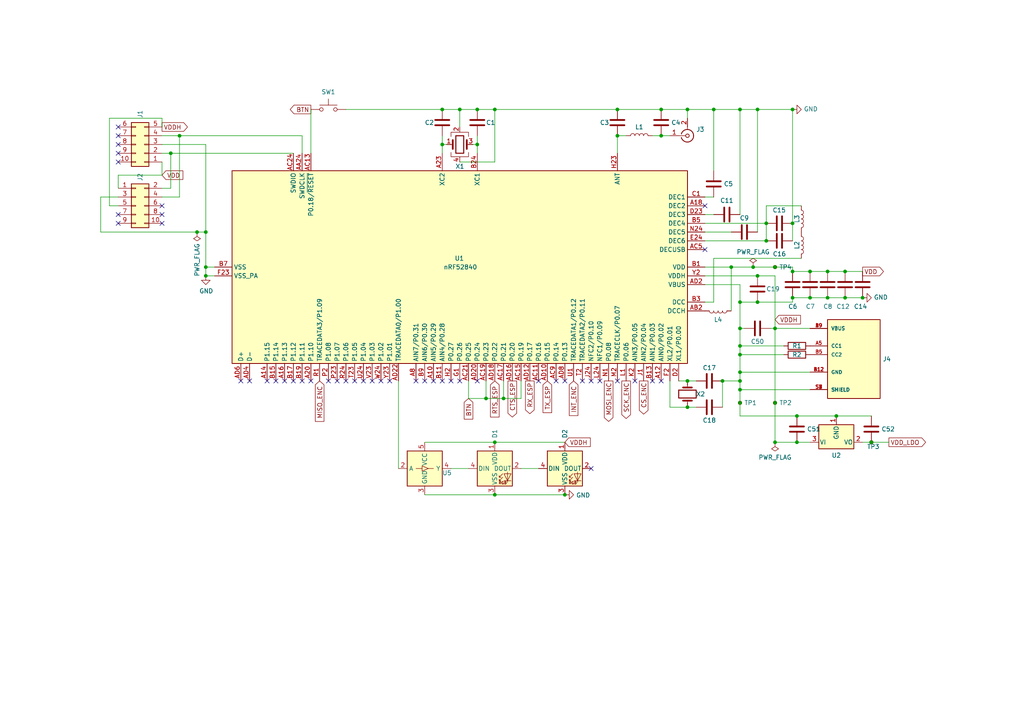
<source format=kicad_sch>
(kicad_sch (version 20211123) (generator eeschema)
  (paper "A4")
  (lib_symbols
    (symbol "Connector:Conn_Coaxial" (pin_names (offset 1.016) hide)
      (property "Reference" "J" (at 0.254 3.048 0))
      (property "Value" "Conn_Coaxial" (at 2.921 0 90))
      (symbol "Conn_Coaxial_0_1"
        (arc (start -1.778 -0.508) (mid 0.222 -1.808) (end 1.778 0) (stroke (width 0.254)))
        (polyline (pts (xy -2.54 0) (xy -0.508 0)))
        (polyline (pts (xy 0 -2.54) (xy 0 -1.778)))
        (circle (center 0 0) (radius 0.508) (stroke (width 0.2032)))
        (arc (start 1.778 0) (mid 0.2221 1.8083) (end -1.778 0.508) (stroke (width 0.254)))
      )
      (symbol "Conn_Coaxial_1_1"
        (pin passive line (at -5.08 0 0) (length 2.54) (name "In") (number "1"))
        (pin passive line (at 0 -5.08 90) (length 2.54) (name "Ext") (number "2"))
      )
    )
    (symbol "Connector:TestPoint_Small" (pin_numbers hide) (pin_names (offset 0.762) hide)
      (property "Reference" "TP" (at 0 3.81 0))
      (property "Value" "TestPoint_Small" (at 0 2.032 0))
      (symbol "TestPoint_Small_0_1"
        (circle (center 0 0) (radius 0.508))
      )
      (symbol "TestPoint_Small_1_1"
        (pin passive line (at 0 0 90) (length 0) (name "1") (number "1"))
      )
    )
    (symbol "Connector_Generic:Conn_02x05_Counter_Clockwise" (pin_names (offset 1.016) hide)
      (property "Reference" "J" (at 1.27 7.62 0))
      (property "Value" "Conn_02x05_Counter_Clockwise" (at 1.27 -7.62 0))
      (symbol "Conn_02x05_Counter_Clockwise_1_1"
        (rectangle (start -1.27 -4.953) (end 0 -5.207) (stroke (width 0.1524)))
        (rectangle (start -1.27 -2.413) (end 0 -2.667) (stroke (width 0.1524)))
        (rectangle (start -1.27 0.127) (end 0 -0.127) (stroke (width 0.1524)))
        (rectangle (start -1.27 2.667) (end 0 2.413) (stroke (width 0.1524)))
        (rectangle (start -1.27 5.207) (end 0 4.953) (stroke (width 0.1524)))
        (rectangle (start -1.27 6.35) (end 3.81 -6.35) (stroke (width 0.254)) (fill (type background)))
        (rectangle (start 3.81 -4.953) (end 2.54 -5.207) (stroke (width 0.1524)))
        (rectangle (start 3.81 -2.413) (end 2.54 -2.667) (stroke (width 0.1524)))
        (rectangle (start 3.81 0.127) (end 2.54 -0.127) (stroke (width 0.1524)))
        (rectangle (start 3.81 2.667) (end 2.54 2.413) (stroke (width 0.1524)))
        (rectangle (start 3.81 5.207) (end 2.54 4.953) (stroke (width 0.1524)))
        (pin passive line (at -5.08 5.08 0) (length 3.81) (name "Pin_1") (number "1"))
        (pin passive line (at 7.62 5.08 180) (length 3.81) (name "Pin_10") (number "10"))
        (pin passive line (at -5.08 2.54 0) (length 3.81) (name "Pin_2") (number "2"))
        (pin passive line (at -5.08 0 0) (length 3.81) (name "Pin_3") (number "3"))
        (pin passive line (at -5.08 -2.54 0) (length 3.81) (name "Pin_4") (number "4"))
        (pin passive line (at -5.08 -5.08 0) (length 3.81) (name "Pin_5") (number "5"))
        (pin passive line (at 7.62 -5.08 180) (length 3.81) (name "Pin_6") (number "6"))
        (pin passive line (at 7.62 -2.54 180) (length 3.81) (name "Pin_7") (number "7"))
        (pin passive line (at 7.62 0 180) (length 3.81) (name "Pin_8") (number "8"))
        (pin passive line (at 7.62 2.54 180) (length 3.81) (name "Pin_9") (number "9"))
      )
    )
    (symbol "Connector_Generic:Conn_02x05_Odd_Even" (pin_names (offset 1.016) hide)
      (property "Reference" "J" (at 1.27 7.62 0))
      (property "Value" "Conn_02x05_Odd_Even" (at 1.27 -7.62 0))
      (symbol "Conn_02x05_Odd_Even_1_1"
        (rectangle (start -1.27 -4.953) (end 0 -5.207) (stroke (width 0.1524)))
        (rectangle (start -1.27 -2.413) (end 0 -2.667) (stroke (width 0.1524)))
        (rectangle (start -1.27 0.127) (end 0 -0.127) (stroke (width 0.1524)))
        (rectangle (start -1.27 2.667) (end 0 2.413) (stroke (width 0.1524)))
        (rectangle (start -1.27 5.207) (end 0 4.953) (stroke (width 0.1524)))
        (rectangle (start -1.27 6.35) (end 3.81 -6.35) (stroke (width 0.254)) (fill (type background)))
        (rectangle (start 3.81 -4.953) (end 2.54 -5.207) (stroke (width 0.1524)))
        (rectangle (start 3.81 -2.413) (end 2.54 -2.667) (stroke (width 0.1524)))
        (rectangle (start 3.81 0.127) (end 2.54 -0.127) (stroke (width 0.1524)))
        (rectangle (start 3.81 2.667) (end 2.54 2.413) (stroke (width 0.1524)))
        (rectangle (start 3.81 5.207) (end 2.54 4.953) (stroke (width 0.1524)))
        (pin passive line (at -5.08 5.08 0) (length 3.81) (name "Pin_1") (number "1"))
        (pin passive line (at 7.62 -5.08 180) (length 3.81) (name "Pin_10") (number "10"))
        (pin passive line (at 7.62 5.08 180) (length 3.81) (name "Pin_2") (number "2"))
        (pin passive line (at -5.08 2.54 0) (length 3.81) (name "Pin_3") (number "3"))
        (pin passive line (at 7.62 2.54 180) (length 3.81) (name "Pin_4") (number "4"))
        (pin passive line (at -5.08 0 0) (length 3.81) (name "Pin_5") (number "5"))
        (pin passive line (at 7.62 0 180) (length 3.81) (name "Pin_6") (number "6"))
        (pin passive line (at -5.08 -2.54 0) (length 3.81) (name "Pin_7") (number "7"))
        (pin passive line (at 7.62 -2.54 180) (length 3.81) (name "Pin_8") (number "8"))
        (pin passive line (at -5.08 -5.08 0) (length 3.81) (name "Pin_9") (number "9"))
      )
    )
    (symbol "Device:C" (pin_numbers hide) (pin_names (offset 0.254))
      (property "Reference" "C" (at 0.635 2.54 0))
      (property "Value" "C" (at 0.635 -2.54 0))
      (symbol "C_0_1"
        (polyline (pts (xy -2.032 -0.762) (xy 2.032 -0.762)) (stroke (width 0.508)))
        (polyline (pts (xy -2.032 0.762) (xy 2.032 0.762)) (stroke (width 0.508)))
      )
      (symbol "C_1_1"
        (pin passive line (at 0 3.81 270) (length 2.794) (name "~") (number "1"))
        (pin passive line (at 0 -3.81 90) (length 2.794) (name "~") (number "2"))
      )
    )
    (symbol "Device:Crystal" (pin_numbers hide) (pin_names (offset 1.016) hide)
      (property "Reference" "Y" (at 0 3.81 0))
      (property "Value" "Crystal" (at 0 -3.81 0))
      (symbol "Crystal_0_1"
        (rectangle (start -1.143 2.54) (end 1.143 -2.54) (stroke (width 0.3048)))
        (polyline (pts (xy -2.54 0) (xy -1.905 0)))
        (polyline (pts (xy -1.905 -1.27) (xy -1.905 1.27)) (stroke (width 0.508)))
        (polyline (pts (xy 1.905 -1.27) (xy 1.905 1.27)) (stroke (width 0.508)))
        (polyline (pts (xy 2.54 0) (xy 1.905 0)))
      )
      (symbol "Crystal_1_1"
        (pin passive line (at -3.81 0 0) (length 1.27) (name "1") (number "1"))
        (pin passive line (at 3.81 0 180) (length 1.27) (name "2") (number "2"))
      )
    )
    (symbol "Device:Crystal_GND24" (pin_names (offset 1.016) hide)
      (property "Reference" "Y" (at 3.175 5.08 0))
      (property "Value" "Crystal_GND24" (at 3.175 3.175 0))
      (symbol "Crystal_GND24_0_1"
        (rectangle (start -1.143 2.54) (end 1.143 -2.54) (stroke (width 0.3048)))
        (polyline (pts (xy -2.54 0) (xy -2.032 0)))
        (polyline (pts (xy -2.032 -1.27) (xy -2.032 1.27)) (stroke (width 0.508)))
        (polyline (pts (xy 0 -3.81) (xy 0 -3.556)))
        (polyline (pts (xy 0 3.556) (xy 0 3.81)))
        (polyline (pts (xy 2.032 -1.27) (xy 2.032 1.27)) (stroke (width 0.508)))
        (polyline (pts (xy 2.032 0) (xy 2.54 0)))
        (polyline (pts (xy -2.54 -2.286) (xy -2.54 -3.556) (xy 2.54 -3.556) (xy 2.54 -2.286)))
        (polyline (pts (xy -2.54 2.286) (xy -2.54 3.556) (xy 2.54 3.556) (xy 2.54 2.286)))
      )
      (symbol "Crystal_GND24_1_1"
        (pin passive line (at -3.81 0 0) (length 1.27) (name "1") (number "1"))
        (pin passive line (at 0 5.08 270) (length 1.27) (name "2") (number "2"))
        (pin passive line (at 3.81 0 180) (length 1.27) (name "3") (number "3"))
        (pin passive line (at 0 -5.08 90) (length 1.27) (name "4") (number "4"))
      )
    )
    (symbol "Device:L" (pin_numbers hide) (pin_names (offset 1.016) hide)
      (property "Reference" "L" (at -1.27 0 90))
      (property "Value" "L" (at 1.905 0 90))
      (symbol "L_0_1"
        (arc (start 0 -2.54) (mid 0.635 -1.905) (end 0 -1.27))
        (arc (start 0 -1.27) (mid 0.635 -0.635) (end 0 0))
        (arc (start 0 0) (mid 0.635 0.635) (end 0 1.27))
        (arc (start 0 1.27) (mid 0.635 1.905) (end 0 2.54))
      )
      (symbol "L_1_1"
        (pin passive line (at 0 3.81 270) (length 1.27) (name "1") (number "1"))
        (pin passive line (at 0 -3.81 90) (length 1.27) (name "2") (number "2"))
      )
    )
    (symbol "Device:R" (pin_numbers hide) (pin_names (offset 0))
      (property "Reference" "R" (at 2.032 0 90))
      (property "Value" "R" (at 0 0 90))
      (symbol "R_0_1"
        (rectangle (start -1.016 -2.54) (end 1.016 2.54) (stroke (width 0.254)))
      )
      (symbol "R_1_1"
        (pin passive line (at 0 3.81 270) (length 1.27) (name "~") (number "1"))
        (pin passive line (at 0 -3.81 90) (length 1.27) (name "~") (number "2"))
      )
    )
    (symbol "LED:WS2812B" (pin_names (offset 0.254))
      (property "Reference" "D" (at 5.08 5.715 0))
      (property "Value" "WS2812B" (at 1.27 -5.715 0))
      (symbol "WS2812B_0_0"
        (text "RGB" (at 2.286 -4.191 0) (effects (font (size 0.762 0.762))))
      )
      (symbol "WS2812B_0_1"
        (polyline (pts (xy 1.27 -3.556) (xy 1.778 -3.556)))
        (polyline (pts (xy 1.27 -2.54) (xy 1.778 -2.54)))
        (polyline (pts (xy 4.699 -3.556) (xy 2.667 -3.556)))
        (polyline (pts (xy 2.286 -2.54) (xy 1.27 -3.556) (xy 1.27 -3.048)))
        (polyline (pts (xy 2.286 -1.524) (xy 1.27 -2.54) (xy 1.27 -2.032)))
        (polyline (pts (xy 3.683 -1.016) (xy 3.683 -3.556) (xy 3.683 -4.064)))
        (polyline (pts (xy 4.699 -1.524) (xy 2.667 -1.524) (xy 3.683 -3.556) (xy 4.699 -1.524)))
        (rectangle (start 5.08 5.08) (end -5.08 -5.08) (stroke (width 0.254)) (fill (type background)))
      )
      (symbol "WS2812B_1_1"
        (pin power_in line (at 0 7.62 270) (length 2.54) (name "VDD") (number "1"))
        (pin output line (at 7.62 0 180) (length 2.54) (name "DOUT") (number "2"))
        (pin power_in line (at 0 -7.62 90) (length 2.54) (name "VSS") (number "3"))
        (pin input line (at -7.62 0 0) (length 2.54) (name "DIN") (number "4"))
      )
    )
    (symbol "Logic_LevelTranslator:SN74LV1T34DBV"
      (property "Reference" "U" (at 5.08 6.35 0))
      (property "Value" "SN74LV1T34DBV" (at 5.08 3.81 0))
      (symbol "SN74LV1T34DBV_0_1"
        (rectangle (start -5.08 5.08) (end 5.08 -5.08) (stroke (width 0.254)) (fill (type background)))
        (polyline (pts (xy -0.762 0) (xy -2.54 0)))
        (polyline (pts (xy 1.016 0) (xy 2.54 0)))
      )
      (symbol "SN74LV1T34DBV_1_1"
        (polyline (pts (xy -0.762 -0.762) (xy -0.762 0.762) (xy 1.016 0) (xy -0.762 -0.762)))
        (pin no_connect line (at -5.08 2.54 0) (length 2.54) hide (name "NC") (number "1"))
        (pin input line (at -7.62 0 0) (length 2.54) (name "A") (number "2"))
        (pin power_in line (at 0 -7.62 90) (length 2.54) (name "GND") (number "3"))
        (pin output line (at 7.62 0 180) (length 2.54) (name "Y") (number "4"))
        (pin power_in line (at 0 7.62 270) (length 2.54) (name "VCC") (number "5"))
      )
    )
    (symbol "MCU_Nordic:nRF52840"
      (property "Reference" "U" (at 0 5.08 0))
      (property "Value" "nRF52840" (at 0 2.54 0))
      (symbol "nRF52840_0_1"
        (rectangle (start -27.94 66.04) (end 27.94 -66.04) (stroke (width 0.254)) (fill (type background)))
      )
      (symbol "nRF52840_1_1"
        (pin bidirectional line (at 33.02 -7.62 180) (length 5.08) (name "AIN5/P0.29") (number "A10"))
        (pin bidirectional line (at 33.02 58.42 180) (length 5.08) (name "AIN0/P0.02") (number "A12"))
        (pin bidirectional line (at 33.02 -55.88 180) (length 5.08) (name "P1.15") (number "A14"))
        (pin bidirectional line (at 33.02 -50.8 180) (length 5.08) (name "P1.13") (number "A16"))
        (pin passive line (at -17.78 71.12 270) (length 5.08) (name "DEC2") (number "A18"))
        (pin bidirectional line (at 33.02 -43.18 180) (length 5.08) (name "P1.10") (number "A20"))
        (pin passive line (at 0 71.12 270) (length 5.08) hide (name "VDD") (number "A22"))
        (pin input line (at -33.02 -5.08 0) (length 5.08) (name "XC2") (number "A23"))
        (pin bidirectional line (at 33.02 -12.7 180) (length 5.08) (name "AIN7/P0.31") (number "A8"))
        (pin input line (at -33.02 -45.72 0) (length 5.08) (name "SWDCLK") (number "AA24"))
        (pin power_out line (at 12.7 71.12 270) (length 5.08) (name "DCCH") (number "AB2"))
        (pin bidirectional line (at 33.02 22.86 180) (length 5.08) (name "P0.16") (number "AC11"))
        (pin bidirectional line (at -33.02 -43.18 0) (length 5.08) (name "P0.18/~{RESET}") (number "AC13"))
        (pin bidirectional line (at 33.02 17.78 180) (length 5.08) (name "P0.19") (number "AC15"))
        (pin bidirectional line (at 33.02 12.7 180) (length 5.08) (name "P0.21") (number "AC17"))
        (pin bidirectional line (at 33.02 7.62 180) (length 5.08) (name "P0.23") (number "AC19"))
        (pin bidirectional line (at 33.02 2.54 180) (length 5.08) (name "P0.25") (number "AC21"))
        (pin bidirectional line (at -33.02 -48.26 0) (length 5.08) (name "SWDIO") (number "AC24"))
        (pin passive line (at -5.08 71.12 270) (length 5.08) (name "DECUSB") (number "AC5"))
        (pin bidirectional line (at 33.02 27.94 180) (length 5.08) (name "P0.14") (number "AC9"))
        (pin bidirectional line (at 33.02 25.4 180) (length 5.08) (name "P0.15") (number "AD10"))
        (pin bidirectional line (at 33.02 20.32 180) (length 5.08) (name "P0.17") (number "AD12"))
        (pin passive line (at 0 71.12 270) (length 5.08) hide (name "VDD") (number "AD14"))
        (pin bidirectional line (at 33.02 15.24 180) (length 5.08) (name "P0.20") (number "AD16"))
        (pin bidirectional line (at 33.02 10.16 180) (length 5.08) (name "P0.22") (number "AD18"))
        (pin power_in line (at 5.08 71.12 270) (length 5.08) (name "VBUS") (number "AD2"))
        (pin bidirectional line (at 33.02 5.08 180) (length 5.08) (name "P0.24") (number "AD20"))
        (pin bidirectional line (at 33.02 -17.78 180) (length 5.08) (name "TRACEDATA0/P1.00") (number "AD22"))
        (pin passive line (at 0 71.12 270) (length 5.08) hide (name "VDD") (number "AD23"))
        (pin bidirectional line (at 33.02 -60.96 180) (length 5.08) (name "D-") (number "AD4"))
        (pin bidirectional line (at 33.02 -63.5 180) (length 5.08) (name "D+") (number "AD6"))
        (pin bidirectional line (at 33.02 30.48 180) (length 5.08) (name "P0.13") (number "AD8"))
        (pin power_in line (at 0 71.12 270) (length 5.08) (name "VDD") (number "B1"))
        (pin bidirectional line (at 33.02 -5.08 180) (length 5.08) (name "AIN4/P0.28") (number "B11"))
        (pin bidirectional line (at 33.02 55.88 180) (length 5.08) (name "AIN1/P0.03") (number "B13"))
        (pin bidirectional line (at 33.02 -53.34 180) (length 5.08) (name "P1.14") (number "B15"))
        (pin bidirectional line (at 33.02 -48.26 180) (length 5.08) (name "P1.12") (number "B17"))
        (pin bidirectional line (at 33.02 -45.72 180) (length 5.08) (name "P1.11") (number "B19"))
        (pin input line (at -33.02 5.08 0) (length 5.08) (name "XC1") (number "B24"))
        (pin power_out line (at 10.16 71.12 270) (length 5.08) (name "DCC") (number "B3"))
        (pin passive line (at -12.7 71.12 270) (length 5.08) (name "DEC4") (number "B5"))
        (pin power_in line (at 0 -71.12 90) (length 5.08) (name "VSS") (number "B7"))
        (pin bidirectional line (at 33.02 -10.16 180) (length 5.08) (name "AIN6/P0.30") (number "B9"))
        (pin passive line (at -20.32 71.12 270) (length 5.08) (name "DEC1") (number "C1"))
        (pin bidirectional line (at 33.02 63.5 180) (length 5.08) (name "XL1/P0.00") (number "D2"))
        (pin passive line (at -15.24 71.12 270) (length 5.08) (name "DEC3") (number "D23"))
        (pin passive line (at -7.62 71.12 270) (length 5.08) (name "DEC6") (number "E24"))
        (pin passive line (at 0 -71.12 90) (length 5.08) hide (name "VSS") (number "EP"))
        (pin bidirectional line (at 33.02 60.96 180) (length 5.08) (name "XL2/P0.01") (number "F2"))
        (pin power_in line (at 2.54 -71.12 90) (length 5.08) (name "VSS_PA") (number "F23"))
        (pin bidirectional line (at 33.02 0 180) (length 5.08) (name "P0.26") (number "G1"))
        (pin bidirectional line (at 33.02 -2.54 180) (length 5.08) (name "P0.27") (number "H2"))
        (pin passive line (at -33.02 45.72 0) (length 5.08) (name "ANT") (number "H23"))
        (pin bidirectional line (at 33.02 53.34 180) (length 5.08) (name "AIN2/P0.04") (number "J1"))
        (pin bidirectional line (at 33.02 38.1 180) (length 5.08) (name "NFC2/P0.10") (number "J24"))
        (pin bidirectional line (at 33.02 50.8 180) (length 5.08) (name "AIN3/P0.05") (number "K2"))
        (pin bidirectional line (at 33.02 48.26 180) (length 5.08) (name "P0.06") (number "L1"))
        (pin bidirectional line (at 33.02 40.64 180) (length 5.08) (name "NFC1/P0.09") (number "L24"))
        (pin bidirectional line (at 33.02 45.72 180) (length 5.08) (name "TRACECLK/P0.07") (number "M2"))
        (pin bidirectional line (at 33.02 43.18 180) (length 5.08) (name "P0.08") (number "N1"))
        (pin passive line (at -10.16 71.12 270) (length 5.08) (name "DEC5") (number "N24"))
        (pin bidirectional line (at 33.02 -38.1 180) (length 5.08) (name "P1.08") (number "P2"))
        (pin bidirectional line (at 33.02 -35.56 180) (length 5.08) (name "P1.07") (number "P23"))
        (pin bidirectional line (at 33.02 -40.64 180) (length 5.08) (name "TRACEDATA3/P1.09") (number "R1"))
        (pin bidirectional line (at 33.02 -33.02 180) (length 5.08) (name "P1.06") (number "R24"))
        (pin bidirectional line (at 33.02 35.56 180) (length 5.08) (name "TRACEDATA2/P0.11") (number "T2"))
        (pin bidirectional line (at 33.02 -30.48 180) (length 5.08) (name "P1.05") (number "T23"))
        (pin bidirectional line (at 33.02 33.02 180) (length 5.08) (name "TRACEDATA1/P0.12") (number "U1"))
        (pin bidirectional line (at 33.02 -27.94 180) (length 5.08) (name "P1.04") (number "U24"))
        (pin bidirectional line (at 33.02 -25.4 180) (length 5.08) (name "P1.03") (number "V23"))
        (pin passive line (at 0 71.12 270) (length 5.08) hide (name "VDD") (number "W1"))
        (pin bidirectional line (at 33.02 -22.86 180) (length 5.08) (name "P1.02") (number "W24"))
        (pin power_in line (at 2.54 71.12 270) (length 5.08) (name "VDDH") (number "Y2"))
        (pin bidirectional line (at 33.02 -20.32 180) (length 5.08) (name "P1.01") (number "Y23"))
      )
    )
    (symbol "Regulator_Linear:LM1117-3.3" (pin_names (offset 0.254))
      (property "Reference" "U" (at -3.81 3.175 0))
      (property "Value" "LM1117-3.3" (at 0 3.175 0))
      (symbol "LM1117-3.3_0_1"
        (rectangle (start -5.08 -5.08) (end 5.08 1.905) (stroke (width 0.254)) (fill (type background)))
      )
      (symbol "LM1117-3.3_1_1"
        (pin power_in line (at 0 -7.62 90) (length 2.54) (name "GND") (number "1"))
        (pin power_out line (at 7.62 0 180) (length 2.54) (name "VO") (number "2"))
        (pin power_in line (at -7.62 0 0) (length 2.54) (name "VI") (number "3"))
      )
    )
    (symbol "Switch:SW_Push" (pin_numbers hide) (pin_names (offset 1.016) hide)
      (property "Reference" "SW" (at 1.27 2.54 0))
      (property "Value" "SW_Push" (at 0 -1.524 0))
      (symbol "SW_Push_0_1"
        (circle (center -2.032 0) (radius 0.508))
        (polyline (pts (xy 0 1.27) (xy 0 3.048)))
        (polyline (pts (xy 2.54 1.27) (xy -2.54 1.27)))
        (circle (center 2.032 0) (radius 0.508))
        (pin passive line (at -5.08 0 0) (length 2.54) (name "1") (number "1"))
        (pin passive line (at 5.08 0 180) (length 2.54) (name "2") (number "2"))
      )
    )
    (symbol "USB-C:USB4125-GF-A_REVA" (pin_names (offset 1.016))
      (property "Reference" "J" (at -7.62 10.922 0))
      (property "Value" "USB4125-GF-A_REVA" (at -7.62 -13.462 0))
      (symbol "USB4125-GF-A_REVA_0_0"
        (rectangle (start -7.62 -12.7) (end 7.62 10.16) (stroke (width 0.254)) (fill (type background)))
        (pin power_in line (at -12.7 -5.08 0) (length 5.08) (name "GND") (number "A12"))
        (pin bidirectional line (at -12.7 2.54 0) (length 5.08) (name "CC1") (number "A5"))
        (pin power_in line (at -12.7 7.62 0) (length 5.08) (name "VBUS") (number "A9"))
        (pin power_in line (at -12.7 -5.08 0) (length 5.08) (name "GND") (number "B12"))
        (pin bidirectional line (at -12.7 0 0) (length 5.08) (name "CC2") (number "B5"))
        (pin power_in line (at -12.7 7.62 0) (length 5.08) (name "VBUS") (number "B9"))
        (pin passive line (at -12.7 -10.16 0) (length 5.08) (name "SHIELD") (number "S1"))
        (pin passive line (at -12.7 -10.16 0) (length 5.08) (name "SHIELD") (number "S2"))
        (pin passive line (at -12.7 -10.16 0) (length 5.08) (name "SHIELD") (number "S3"))
        (pin passive line (at -12.7 -10.16 0) (length 5.08) (name "SHIELD") (number "S4"))
      )
    )
    (symbol "power:GND" (power) (pin_names (offset 0))
      (property "Value" "GND" (at 0 -3.81 0))
      (symbol "GND_0_1"
        (polyline (pts (xy 0 0) (xy 0 -1.27) (xy 1.27 -1.27) (xy 0 -2.54) (xy -1.27 -1.27) (xy 0 -1.27)))
      )
      (symbol "GND_1_1"
        (pin power_in line (at 0 0 270) (length 0) hide (name "GND") (number "1"))
      )
    )
    (symbol "power:PWR_FLAG" (power) (pin_numbers hide) (pin_names (offset 0) hide)
      (property "Value" "PWR_FLAG" (at 0 3.81 0))
      (symbol "PWR_FLAG_0_0"
        (pin power_out line (at 0 0 90) (length 0) (name "pwr") (number "1"))
      )
      (symbol "PWR_FLAG_0_1"
        (polyline (pts (xy 0 0) (xy 0 1.27) (xy -1.016 1.905) (xy 0 2.54) (xy 1.016 1.905) (xy 0 1.27)))
      )
    )
  )
  (junction (at 214.63 116.84))
  (junction (at 128.27 31.75))
  (junction (at 179.07 31.75))
  (junction (at 143.51 31.75))
  (junction (at 229.87 31.75))
  (junction (at 214.63 110.49))
  (junction (at 224.79 128.27))
  (junction (at 231.14 128.27))
  (junction (at 138.43 41.91))
  (junction (at 219.71 87.63))
  (junction (at 199.39 31.75))
  (junction (at 240.03 78.74))
  (junction (at 245.11 78.74))
  (junction (at 191.77 31.75))
  (junction (at 128.27 41.91))
  (junction (at 229.87 86.36))
  (junction (at 214.63 31.75))
  (junction (at 143.51 128.27))
  (junction (at 229.87 64.77))
  (junction (at 133.35 31.75))
  (junction (at 207.01 31.75))
  (junction (at 224.79 77.47))
  (junction (at 199.39 118.11))
  (junction (at 214.63 100.33))
  (junction (at 59.69 67.31))
  (junction (at 222.25 69.85))
  (junction (at 191.77 39.37))
  (junction (at 252.73 128.27))
  (junction (at 218.44 77.47))
  (junction (at 52.07 39.37))
  (junction (at 224.79 95.25))
  (junction (at 231.14 120.65))
  (junction (at 245.11 86.36))
  (junction (at 234.95 86.36))
  (junction (at 222.25 64.77))
  (junction (at 146.05 115.57))
  (junction (at 214.63 87.63))
  (junction (at 242.57 120.65))
  (junction (at 214.63 113.03))
  (junction (at 224.79 116.84))
  (junction (at 179.07 39.37))
  (junction (at 240.03 86.36))
  (junction (at 234.95 78.74))
  (junction (at 57.15 67.31))
  (junction (at 59.69 80.01))
  (junction (at 138.43 31.75))
  (junction (at 49.53 44.45))
  (junction (at 212.09 77.47))
  (junction (at 229.87 78.74))
  (junction (at 214.63 107.95))
  (junction (at 219.71 80.01))
  (junction (at 140.97 115.57))
  (junction (at 214.63 102.87))
  (junction (at 250.19 86.36))
  (junction (at 199.39 110.49))
  (junction (at 214.63 95.25))
  (junction (at 163.83 143.51))
  (junction (at 59.69 77.47))
  (junction (at 219.71 31.75))
  (junction (at 143.51 143.51))
  (junction (at 209.55 110.49))
  (no_connect (at 97.79 110.49))
  (no_connect (at 128.27 110.49))
  (no_connect (at 189.23 110.49))
  (no_connect (at 168.91 110.49))
  (no_connect (at 85.09 110.49))
  (no_connect (at 46.99 59.69))
  (no_connect (at 204.47 72.39))
  (no_connect (at 107.95 110.49))
  (no_connect (at 120.65 110.49))
  (no_connect (at 125.73 110.49))
  (no_connect (at 156.21 110.49))
  (no_connect (at 110.49 110.49))
  (no_connect (at 105.41 110.49))
  (no_connect (at 46.99 62.23))
  (no_connect (at 100.33 110.49))
  (no_connect (at 163.83 110.49))
  (no_connect (at 161.29 110.49))
  (no_connect (at 34.29 41.91))
  (no_connect (at 173.99 110.49))
  (no_connect (at 34.29 44.45))
  (no_connect (at 133.35 110.49))
  (no_connect (at 204.47 59.69))
  (no_connect (at 123.19 110.49))
  (no_connect (at 130.81 110.49))
  (no_connect (at 87.63 110.49))
  (no_connect (at 77.47 110.49))
  (no_connect (at 90.17 110.49))
  (no_connect (at 72.39 110.49))
  (no_connect (at 82.55 110.49))
  (no_connect (at 138.43 110.49))
  (no_connect (at 34.29 39.37))
  (no_connect (at 95.25 110.49))
  (no_connect (at 34.29 46.99))
  (no_connect (at 69.85 110.49))
  (no_connect (at 46.99 64.77))
  (no_connect (at 191.77 110.49))
  (no_connect (at 34.29 64.77))
  (no_connect (at 34.29 36.83))
  (no_connect (at 179.07 110.49))
  (no_connect (at 184.15 110.49))
  (no_connect (at 171.45 110.49))
  (no_connect (at 34.29 62.23))
  (no_connect (at 113.03 110.49))
  (no_connect (at 171.45 135.89))
  (no_connect (at 102.87 110.49))
  (no_connect (at 80.01 110.49))
  (wire (pts (xy 234.95 95.25) (xy 224.79 95.25)))
  (wire (pts (xy 209.55 118.11) (xy 209.55 110.49)))
  (wire (pts (xy 229.87 64.77) (xy 229.87 31.75)))
  (wire (pts (xy 231.14 128.27) (xy 224.79 128.27)))
  (wire (pts (xy 46.99 34.29) (xy 46.99 36.83)))
  (wire (pts (xy 133.35 36.83) (xy 133.35 31.75)))
  (wire (pts (xy 49.53 54.61) (xy 46.99 54.61)))
  (wire (pts (xy 199.39 118.11) (xy 194.31 118.11)))
  (wire (pts (xy 59.69 77.47) (xy 62.23 77.47)))
  (wire (pts (xy 46.99 50.8) (xy 46.99 46.99)))
  (wire (pts (xy 128.27 31.75) (xy 100.33 31.75)))
  (wire (pts (xy 143.51 128.27) (xy 123.19 128.27)))
  (wire (pts (xy 31.75 59.69) (xy 31.75 34.29)))
  (wire (pts (xy 222.25 64.77) (xy 222.25 69.85)))
  (wire (pts (xy 207.01 62.23) (xy 204.47 62.23)))
  (wire (pts (xy 138.43 31.75) (xy 133.35 31.75)))
  (wire (pts (xy 87.63 39.37) (xy 52.07 39.37)))
  (wire (pts (xy 214.63 110.49) (xy 209.55 110.49)))
  (wire (pts (xy 214.63 87.63) (xy 214.63 95.25)))
  (wire (pts (xy 207.01 31.75) (xy 214.63 31.75)))
  (wire (pts (xy 34.29 57.15) (xy 29.21 57.15)))
  (wire (pts (xy 163.83 128.27) (xy 143.51 128.27)))
  (wire (pts (xy 231.14 120.65) (xy 214.63 120.65)))
  (wire (pts (xy 250.19 128.27) (xy 252.73 128.27)))
  (wire (pts (xy 212.09 77.47) (xy 218.44 77.47)))
  (wire (pts (xy 34.29 59.69) (xy 31.75 59.69)))
  (wire (pts (xy 229.87 86.36) (xy 229.87 87.63)))
  (wire (pts (xy 219.71 67.31) (xy 219.71 31.75)))
  (wire (pts (xy 31.75 34.29) (xy 46.99 34.29)))
  (wire (pts (xy 257.81 128.27) (xy 252.73 128.27)))
  (wire (pts (xy 214.63 31.75) (xy 219.71 31.75)))
  (wire (pts (xy 146.05 115.57) (xy 140.97 115.57)))
  (wire (pts (xy 128.27 39.37) (xy 128.27 41.91)))
  (wire (pts (xy 234.95 113.03) (xy 214.63 113.03)))
  (wire (pts (xy 128.27 41.91) (xy 129.54 41.91)))
  (wire (pts (xy 140.97 115.57) (xy 135.89 115.57)))
  (wire (pts (xy 207.01 74.93) (xy 232.41 74.93)))
  (wire (pts (xy 214.63 116.84) (xy 214.63 113.03)))
  (wire (pts (xy 179.07 44.45) (xy 179.07 39.37)))
  (wire (pts (xy 85.09 44.45) (xy 49.53 44.45)))
  (wire (pts (xy 224.79 80.01) (xy 224.79 95.25)))
  (wire (pts (xy 146.05 110.49) (xy 146.05 115.57)))
  (wire (pts (xy 224.79 116.84) (xy 224.79 128.27)))
  (wire (pts (xy 214.63 113.03) (xy 214.63 110.49)))
  (wire (pts (xy 179.07 31.75) (xy 143.51 31.75)))
  (wire (pts (xy 135.89 110.49) (xy 135.89 115.57)))
  (wire (pts (xy 191.77 31.75) (xy 199.39 31.75)))
  (wire (pts (xy 191.77 39.37) (xy 194.31 39.37)))
  (wire (pts (xy 49.53 44.45) (xy 49.53 54.61)))
  (wire (pts (xy 227.33 102.87) (xy 214.63 102.87)))
  (wire (pts (xy 59.69 41.91) (xy 46.99 41.91)))
  (wire (pts (xy 57.15 67.31) (xy 59.69 67.31)))
  (wire (pts (xy 59.69 67.31) (xy 59.69 41.91)))
  (wire (pts (xy 204.47 57.15) (xy 207.01 57.15)))
  (wire (pts (xy 151.13 135.89) (xy 156.21 135.89)))
  (wire (pts (xy 222.25 59.69) (xy 232.41 59.69)))
  (wire (pts (xy 138.43 44.45) (xy 138.43 41.91)))
  (wire (pts (xy 229.87 77.47) (xy 224.79 77.47)))
  (wire (pts (xy 242.57 120.65) (xy 231.14 120.65)))
  (wire (pts (xy 234.95 78.74) (xy 240.03 78.74)))
  (wire (pts (xy 234.95 107.95) (xy 214.63 107.95)))
  (wire (pts (xy 245.11 78.74) (xy 250.19 78.74)))
  (wire (pts (xy 229.87 78.74) (xy 234.95 78.74)))
  (wire (pts (xy 214.63 95.25) (xy 214.63 100.33)))
  (wire (pts (xy 204.47 82.55) (xy 214.63 82.55)))
  (wire (pts (xy 214.63 100.33) (xy 214.63 102.87)))
  (wire (pts (xy 252.73 120.65) (xy 242.57 120.65)))
  (wire (pts (xy 52.07 57.15) (xy 46.99 57.15)))
  (wire (pts (xy 222.25 69.85) (xy 204.47 69.85)))
  (wire (pts (xy 227.33 100.33) (xy 214.63 100.33)))
  (wire (pts (xy 222.25 59.69) (xy 222.25 64.77)))
  (wire (pts (xy 151.13 115.57) (xy 146.05 115.57)))
  (wire (pts (xy 52.07 39.37) (xy 52.07 57.15)))
  (wire (pts (xy 115.57 110.49) (xy 115.57 135.89)))
  (wire (pts (xy 130.81 135.89) (xy 135.89 135.89)))
  (wire (pts (xy 204.47 64.77) (xy 222.25 64.77)))
  (wire (pts (xy 128.27 44.45) (xy 128.27 41.91)))
  (wire (pts (xy 133.35 46.99) (xy 143.51 46.99)))
  (wire (pts (xy 34.29 50.8) (xy 46.99 50.8)))
  (wire (pts (xy 191.77 31.75) (xy 179.07 31.75)))
  (wire (pts (xy 234.95 86.36) (xy 240.03 86.36)))
  (wire (pts (xy 29.21 67.31) (xy 57.15 67.31)))
  (wire (pts (xy 29.21 57.15) (xy 29.21 67.31)))
  (wire (pts (xy 223.52 95.25) (xy 224.79 95.25)))
  (wire (pts (xy 194.31 118.11) (xy 194.31 110.49)))
  (wire (pts (xy 90.17 44.45) (xy 90.17 31.75)))
  (wire (pts (xy 138.43 39.37) (xy 138.43 41.91)))
  (wire (pts (xy 214.63 82.55) (xy 214.63 87.63)))
  (wire (pts (xy 199.39 34.29) (xy 199.39 31.75)))
  (wire (pts (xy 133.35 31.75) (xy 128.27 31.75)))
  (wire (pts (xy 245.11 86.36) (xy 250.19 86.36)))
  (wire (pts (xy 123.19 143.51) (xy 143.51 143.51)))
  (wire (pts (xy 214.63 62.23) (xy 214.63 31.75)))
  (wire (pts (xy 52.07 39.37) (xy 46.99 39.37)))
  (wire (pts (xy 199.39 31.75) (xy 207.01 31.75)))
  (wire (pts (xy 240.03 78.74) (xy 245.11 78.74)))
  (wire (pts (xy 62.23 80.01) (xy 59.69 80.01)))
  (wire (pts (xy 181.61 39.37) (xy 179.07 39.37)))
  (wire (pts (xy 204.47 87.63) (xy 207.01 87.63)))
  (wire (pts (xy 49.53 44.45) (xy 46.99 44.45)))
  (wire (pts (xy 214.63 107.95) (xy 214.63 110.49)))
  (wire (pts (xy 229.87 78.74) (xy 229.87 77.47)))
  (wire (pts (xy 207.01 87.63) (xy 207.01 74.93)))
  (wire (pts (xy 234.95 128.27) (xy 231.14 128.27)))
  (wire (pts (xy 143.51 46.99) (xy 143.51 31.75)))
  (wire (pts (xy 229.87 69.85) (xy 229.87 64.77)))
  (wire (pts (xy 207.01 49.53) (xy 207.01 31.75)))
  (wire (pts (xy 201.93 118.11) (xy 199.39 118.11)))
  (wire (pts (xy 229.87 86.36) (xy 234.95 86.36)))
  (wire (pts (xy 214.63 120.65) (xy 214.63 116.84)))
  (wire (pts (xy 189.23 39.37) (xy 191.77 39.37)))
  (wire (pts (xy 199.39 110.49) (xy 196.85 110.49)))
  (wire (pts (xy 219.71 80.01) (xy 204.47 80.01)))
  (wire (pts (xy 212.09 77.47) (xy 204.47 77.47)))
  (wire (pts (xy 224.79 77.47) (xy 218.44 77.47)))
  (wire (pts (xy 214.63 102.87) (xy 214.63 107.95)))
  (wire (pts (xy 143.51 31.75) (xy 138.43 31.75)))
  (wire (pts (xy 34.29 54.61) (xy 34.29 50.8)))
  (wire (pts (xy 87.63 44.45) (xy 87.63 39.37)))
  (wire (pts (xy 224.79 80.01) (xy 219.71 80.01)))
  (wire (pts (xy 151.13 110.49) (xy 151.13 115.57)))
  (wire (pts (xy 138.43 41.91) (xy 137.16 41.91)))
  (wire (pts (xy 140.97 110.49) (xy 140.97 115.57)))
  (wire (pts (xy 224.79 95.25) (xy 224.79 116.84)))
  (wire (pts (xy 229.87 87.63) (xy 219.71 87.63)))
  (wire (pts (xy 212.09 90.17) (xy 212.09 77.47)))
  (wire (pts (xy 201.93 110.49) (xy 199.39 110.49)))
  (wire (pts (xy 212.09 67.31) (xy 204.47 67.31)))
  (wire (pts (xy 219.71 31.75) (xy 229.87 31.75)))
  (wire (pts (xy 59.69 80.01) (xy 59.69 77.47)))
  (wire (pts (xy 240.03 86.36) (xy 245.11 86.36)))
  (wire (pts (xy 143.51 143.51) (xy 163.83 143.51)))
  (wire (pts (xy 59.69 67.31) (xy 59.69 77.47)))
  (wire (pts (xy 219.71 87.63) (xy 214.63 87.63)))
  (wire (pts (xy 215.9 95.25) (xy 214.63 95.25)))
  (global_label "RX_ESP" (shape output) (at 153.67 110.49 270) (property "Intersheet References" "${INTERSHEET_REFS}" (effects hide)))
  (global_label "VDDH" (shape input) (at 224.79 92.71 0) (property "Intersheet References" "${INTERSHEET_REFS}" (effects hide)))
  (global_label "MISO_ENC" (shape input) (at 92.71 110.49 270) (property "Intersheet References" "${INTERSHEET_REFS}" (effects hide)))
  (global_label "VDD_LDO" (shape output) (at 257.81 128.27 0) (property "Intersheet References" "${INTERSHEET_REFS}" (effects hide)))
  (global_label "VDD" (shape input) (at 46.99 50.8 0) (property "Intersheet References" "${INTERSHEET_REFS}" (effects hide)))
  (global_label "VDDH" (shape output) (at 46.99 36.83 0) (property "Intersheet References" "${INTERSHEET_REFS}" (effects hide)))
  (global_label "BTN" (shape input) (at 135.89 115.57 270) (property "Intersheet References" "${INTERSHEET_REFS}" (effects hide)))
  (global_label "CTS_ESP" (shape output) (at 148.59 110.49 270) (property "Intersheet References" "${INTERSHEET_REFS}" (effects hide)))
  (global_label "INT_ENC" (shape input) (at 166.37 110.49 270) (property "Intersheet References" "${INTERSHEET_REFS}" (effects hide)))
  (global_label "MOSI_ENC" (shape output) (at 176.53 110.49 270) (property "Intersheet References" "${INTERSHEET_REFS}" (effects hide)))
  (global_label "SCK_ENC" (shape output) (at 181.61 110.49 270) (property "Intersheet References" "${INTERSHEET_REFS}" (effects hide)))
  (global_label "RTS_ESP" (shape input) (at 143.51 110.49 270) (property "Intersheet References" "${INTERSHEET_REFS}" (effects hide)))
  (global_label "VDD" (shape output) (at 250.19 78.74 0) (property "Intersheet References" "${INTERSHEET_REFS}" (effects hide)))
  (global_label "TX_ESP" (shape input) (at 158.75 110.49 270) (property "Intersheet References" "${INTERSHEET_REFS}" (effects hide)))
  (global_label "BTN" (shape output) (at 90.17 31.75 180) (property "Intersheet References" "${INTERSHEET_REFS}" (effects hide)))
  (global_label "VDDH" (shape input) (at 163.83 128.27 0) (property "Intersheet References" "${INTERSHEET_REFS}" (effects hide)))
  (global_label "CS_ENC" (shape output) (at 186.69 110.49 270) (property "Intersheet References" "${INTERSHEET_REFS}" (effects hide)))
  (symbol (lib_id "power:GND") (at 59.69 80.01 0)
    (property "Reference" "#PWR0101" (effects hide))
    (property "Value" "GND" (at 59.817 84.4042 0))
  )
  (symbol (lib_id "Connector_Generic:Conn_02x05_Counter_Clockwise") (at 41.91 41.91 180)
    (property "Reference" "J1" (at 40.64 34.29 90) (effects (justify right)))
    (property "Value" "Conn_02x05_Counter_Clockwise" (effects hide))
    (property "Footprint" "Connector:Tag-Connect_TC2050-IDC-NL_2x05_P1.27mm_Vertical_with_bottom_clip" (effects hide))
  )
  (symbol (lib_id "Device:C") (at 226.06 69.85 90)
    (property "Reference" "C16" (at 226.06 73.66 90))
    (property "Value" "47nF, X7R, 10%" (effects hide))
    (property "Footprint" "Capacitor_SMD:C_0402_1005Metric_Pad0.74x0.62mm_HandSolder" (effects hide))
    (property "LCSC" "C26403" (effects hide))
  )
  (symbol (lib_id "Device:L") (at 208.28 90.17 270)
    (property "Reference" "L4" (at 208.28 92.71 90))
    (property "Value" "10uH, 80mA, 20%" (effects hide))
    (property "Footprint" "Inductor_SMD:L_0603_1608Metric_Pad1.05x0.95mm_HandSolder" (effects hide))
    (property "LCSC" "C87216" (effects hide))
  )
  (symbol (lib_id "Device:C") (at 128.27 35.56 180)
    (property "Reference" "C2" (at 123.19 35.56 0) (effects (justify right)))
    (property "Value" "12pF, NP0, 2%" (effects hide))
    (property "Footprint" "Capacitor_SMD:C_0402_1005Metric_Pad0.74x0.62mm_HandSolder" (effects hide))
    (property "LCSC" "C1547" (effects hide))
  )
  (symbol (lib_id "Device:C") (at 138.43 35.56 0)
    (property "Reference" "C1" (at 140.97 35.56 0) (effects (justify left)))
    (property "Value" "12pF, NP0, 2%" (effects hide))
    (property "Footprint" "Capacitor_SMD:C_0402_1005Metric_Pad0.74x0.62mm_HandSolder" (effects hide))
    (property "LCSC" "C1547" (effects hide))
  )
  (symbol (lib_id "power:GND") (at 229.87 31.75 90)
    (property "Reference" "#PWR0102" (effects hide))
    (property "Value" "GND" (at 233.1212 31.623 90) (effects (justify right)))
  )
  (symbol (lib_id "Device:C") (at 205.74 118.11 270)
    (property "Reference" "C18" (at 205.74 121.92 90))
    (property "Value" "12pF, NP0, 2%" (effects hide))
    (property "Footprint" "Capacitor_SMD:C_0402_1005Metric_Pad0.74x0.62mm_HandSolder" (effects hide))
    (property "LCSC" "C1547" (effects hide))
  )
  (symbol (lib_id "Device:C") (at 205.74 110.49 90)
    (property "Reference" "C17" (at 205.74 106.68 90))
    (property "Value" "12pF, NP0, 2%" (effects hide))
    (property "Footprint" "Capacitor_SMD:C_0402_1005Metric_Pad0.74x0.62mm_HandSolder" (effects hide))
    (property "LCSC" "C1547" (effects hide))
  )
  (symbol (lib_id "Switch:SW_Push") (at 95.25 31.75 0) (mirror y)
    (property "Reference" "SW1" (at 95.25 26.67 0))
    (property "Value" "SW_Push" (effects hide))
    (property "Footprint" "Button_Switch_THT:SW_Tactile_SPST_Angled_PTS645Vx31-2LFS" (effects hide))
  )
  (symbol (lib_id "Device:C") (at 219.71 95.25 90)
    (property "Reference" "C50" (at 219.71 99.06 90))
    (property "Value" "10uF, 20%" (effects hide))
    (property "Footprint" "Capacitor_SMD:C_0402_1005Metric_Pad0.74x0.62mm_HandSolder" (effects hide))
    (property "LCSC" "C15525" (effects hide))
  )
  (symbol (lib_id "Device:Crystal_GND24") (at 133.35 41.91 0)
    (property "Reference" "X1" (at 132.08 48.26 0) (effects (justify left)))
    (property "Value" "32MHz, 8pF, 40ppm" (effects hide))
    (property "Footprint" "Crystals:Crystal_SMD_2016-4Pin_2.0x1.6mm" (effects hide))
    (property "LCSC" "C187794" (effects hide))
  )
  (symbol (lib_id "MCU_Nordic:nRF52840") (at 133.35 77.47 270)
    (property "Reference" "U1" (at 134.62 74.93 90) (effects (justify right)))
    (property "Value" "nRF52840" (at 138.43 77.47 90) (effects (justify right)))
    (property "Footprint" "Package_DFN_QFN:Nordic_AQFN-73-1EP_7x7mm_P0.5mm" (effects hide))
    (property "Datasheet" "http://infocenter.nordicsemi.com/topic/com.nordic.infocenter.nrf52/dita/nrf52/chips/nrf52840.html" (effects hide))
    (property "LCSC" "C190794" (effects hide))
  )
  (symbol (lib_id "Device:C") (at 191.77 35.56 0)
    (property "Reference" "C4" (at 194.691 35.56 0) (effects (justify left)))
    (property "Value" "0.5pF, NP0, 10%" (effects hide))
    (property "Footprint" "Capacitor_SMD:C_0402_1005Metric_Pad0.74x0.62mm_HandSolder" (effects hide))
    (property "LCSC" "C86284" (effects hide))
  )
  (symbol (lib_id "Device:C") (at 179.07 35.56 0)
    (property "Reference" "C3" (at 173.99 35.56 0) (effects (justify left)))
    (property "Value" "0.8pF, NP0, 10%" (effects hide))
    (property "Footprint" "Capacitor_SMD:C_0402_1005Metric_Pad0.74x0.62mm_HandSolder" (effects hide))
    (property "LCSC" "C326068" (effects hide))
  )
  (symbol (lib_id "Device:L") (at 185.42 39.37 90)
    (property "Reference" "L1" (at 185.42 36.83 90))
    (property "Value" "4.7nH, 5%" (effects hide))
    (property "Footprint" "Inductor_SMD:L_0402_1005Metric_Pad0.77x0.64mm_HandSolder" (effects hide))
    (property "LCSC" "C13595" (effects hide))
  )
  (symbol (lib_id "Device:C") (at 207.01 53.34 0)
    (property "Reference" "C5" (at 209.931 53.34 0) (effects (justify left)))
    (property "Value" "100nF, X7R, 10%" (effects hide))
    (property "Footprint" "Capacitor_SMD:C_0402_1005Metric_Pad0.74x0.62mm_HandSolder" (effects hide))
    (property "LCSC" "C1525" (effects hide))
  )
  (symbol (lib_id "Device:C") (at 226.06 64.77 270)
    (property "Reference" "C15" (at 224.0534 60.96 90) (effects (justify left)))
    (property "Value" "1.0uF, X7R, 10%" (effects hide))
    (property "Footprint" "Capacitor_SMD:C_0603_1608Metric_Pad1.08x0.95mm_HandSolder" (effects hide))
    (property "LCSC" "C15849" (effects hide))
  )
  (symbol (lib_id "Device:C") (at 215.9 67.31 270)
    (property "Reference" "C9" (at 215.9 63.246 90))
    (property "Value" "820pF, NP0, 5%" (effects hide))
    (property "Footprint" "Capacitor_SMD:C_0402_1005Metric_Pad0.74x0.62mm_HandSolder" (effects hide))
    (property "LCSC" "C307452" (effects hide))
  )
  (symbol (lib_id "Device:C") (at 210.82 62.23 270)
    (property "Reference" "C11" (at 210.82 58.166 90))
    (property "Value" "100pF, NP0, 5%" (effects hide))
    (property "Footprint" "Capacitor_SMD:C_0402_1005Metric_Pad0.74x0.62mm_HandSolder" (effects hide))
    (property "LCSC" "C1546" (effects hide))
  )
  (symbol (lib_id "Device:Crystal") (at 199.39 114.3 90)
    (property "Reference" "X2" (at 203.2 114.3 90))
    (property "Value" "32.768kHz, 9pF, 50ppm" (effects hide))
    (property "Footprint" "Crystals:Crystal_SMD_3215-2Pin_3.2x1.5mm" (effects hide))
    (property "LCSC" "C32346" (effects hide))
  )
  (symbol (lib_id "Device:L") (at 232.41 63.5 0)
    (property "Reference" "L3" (at 231.14 63.5 90))
    (property "Value" "15nH, 10%" (effects hide))
    (property "Footprint" "Inductor_SMD:L_0402_1005Metric_Pad0.77x0.64mm_HandSolder" (effects hide))
    (property "LCSC" "C27143" (effects hide))
  )
  (symbol (lib_id "Device:L") (at 232.41 71.12 0)
    (property "Reference" "L2" (at 231.14 71.12 90))
    (property "Value" "10uH, 80mA, 20%" (effects hide))
    (property "Footprint" "Inductor_SMD:L_0603_1608Metric_Pad1.05x0.95mm_HandSolder" (effects hide))
    (property "LCSC" "C87216" (effects hide))
  )
  (symbol (lib_id "Device:C") (at 219.71 83.82 0)
    (property "Reference" "C19" (at 222.25 83.82 0) (effects (justify left)))
    (property "Value" "4.7uF, X7R, 10%" (effects hide))
    (property "Footprint" "Capacitor_SMD:C_0603_1608Metric_Pad1.08x0.95mm_HandSolder" (effects hide))
    (property "LCSC" "C19666" (effects hide))
  )
  (symbol (lib_id "Device:C") (at 250.19 82.55 0)
    (property "Reference" "C14" (at 247.65 88.9 0) (effects (justify left)))
    (property "Value" "1.0uF, X7R, 10%" (effects hide))
    (property "Footprint" "Capacitor_SMD:C_0603_1608Metric_Pad1.08x0.95mm_HandSolder" (effects hide))
    (property "LCSC" "C15849" (effects hide))
  )
  (symbol (lib_id "Device:C") (at 245.11 82.55 0)
    (property "Reference" "C12" (at 242.57 88.9 0) (effects (justify left)))
    (property "Value" "100nF, X7R, 10%" (effects hide))
    (property "Footprint" "Capacitor_SMD:C_0402_1005Metric_Pad0.74x0.62mm_HandSolder" (effects hide))
    (property "LCSC" "C1525" (effects hide))
  )
  (symbol (lib_id "Device:C") (at 240.03 82.55 0)
    (property "Reference" "C8" (at 238.76 88.9 0) (effects (justify left)))
    (property "Value" "100nF, X7R, 10%" (effects hide))
    (property "Footprint" "Capacitor_SMD:C_0402_1005Metric_Pad0.74x0.62mm_HandSolder" (effects hide))
    (property "LCSC" "C1525" (effects hide))
  )
  (symbol (lib_id "Device:C") (at 234.95 82.55 0)
    (property "Reference" "C7" (at 233.68 88.9 0) (effects (justify left)))
    (property "Value" "100nF, X7R, 10%" (effects hide))
    (property "Footprint" "Capacitor_SMD:C_0402_1005Metric_Pad0.74x0.62mm_HandSolder" (effects hide))
    (property "LCSC" "C1525" (effects hide))
  )
  (symbol (lib_id "Device:C") (at 229.87 82.55 0)
    (property "Reference" "C6" (at 228.6 88.9 0) (effects (justify left)))
    (property "Value" "4.7uF, X7R, 10%" (effects hide))
    (property "Footprint" "Capacitor_SMD:C_0603_1608Metric_Pad1.08x0.95mm_HandSolder" (effects hide))
    (property "LCSC" "C19666" (effects hide))
  )
  (symbol (lib_id "power:GND") (at 250.19 86.36 90)
    (property "Reference" "#PWR0103" (effects hide))
    (property "Value" "GND" (at 253.4412 86.233 90) (effects (justify right)))
  )
  (symbol (lib_id "Connector:Conn_Coaxial") (at 199.39 39.37 0) (mirror x) (unit 1)
    (property "Reference" "J3" (at 201.93 37.5412 0) (effects (justify left)))
    (property "Value" "Conn_Coaxial" (effects hide))
    (property "Footprint" "SMA_EdgeMount:SMA_EdgeMount" (effects hide))
    (property "Datasheet" " ~" (effects hide))
  )
  (symbol (lib_id "LED:WS2812B") (at 143.51 135.89 0) (unit 1)
    (property "Reference" "D1" (at 143.51 127.1524 90) (effects (justify left)))
    (property "Value" "WS2812B" (effects hide))
    (property "Footprint" "WS2812B_4020:WS2812B_4020" (effects hide))
    (property "Datasheet" "https://cdn-shop.adafruit.com/datasheets/WS2812B.pdf" (effects hide))
    (property "LCSC" "C965557" (effects hide))
  )
  (symbol (lib_id "LED:WS2812B") (at 163.83 135.89 0) (unit 1)
    (property "Reference" "D2" (at 163.83 127.1524 90) (effects (justify left)))
    (property "Value" "WS2812B" (effects hide))
    (property "Footprint" "WS2812B_4020:WS2812B_4020" (effects hide))
    (property "Datasheet" "https://cdn-shop.adafruit.com/datasheets/WS2812B.pdf" (effects hide))
    (property "LCSC" "C965557" (effects hide))
  )
  (symbol (lib_id "power:GND") (at 163.83 143.51 90) (mirror x)
    (property "Reference" "#PWR0110" (effects hide))
    (property "Value" "GND" (at 167.0812 143.637 90) (effects (justify right)))
  )
  (symbol (lib_id "power:PWR_FLAG") (at 224.79 128.27 180) (unit 1)
    (property "Reference" "#FLG0102" (effects hide))
    (property "Value" "PWR_FLAG" (at 224.79 132.6642 0))
  )
  (symbol (lib_id "power:PWR_FLAG") (at 218.44 77.47 0) (unit 1)
    (property "Reference" "#FLG0103" (effects hide))
    (property "Value" "PWR_FLAG" (at 218.44 73.0758 0))
  )
  (symbol (lib_id "power:PWR_FLAG") (at 57.15 67.31 180) (unit 1)
    (property "Reference" "#FLG0104" (effects hide))
    (property "Value" "PWR_FLAG" (at 57.15 70.5612 90) (effects (justify left)))
  )
  (symbol (lib_id "Logic_LevelTranslator:SN74LV1T34DBV") (at 123.19 135.89 0) (unit 1)
    (property "Reference" "U5" (at 128.27 137.16 0) (effects (justify left)))
    (property "Value" "SN74LV1T34DBV" (effects hide))
    (property "Footprint" "Package_TO_SOT_SMD:SOT-23-5_HandSoldering" (effects hide))
    (property "Datasheet" "https://www.ti.com/lit/ds/symlink/sn74lv1t34.pdf" (effects hide))
    (property "LCSC" "C100024" (effects hide))
  )
  (symbol (lib_id "Connector_Generic:Conn_02x05_Odd_Even") (at 39.37 59.69 0) (unit 1)
    (property "Reference" "J2" (at 40.64 52.578 90) (effects (justify left)))
    (property "Value" "Conn_02x05_Odd_Even" (effects hide))
    (property "Footprint" "Connector_PinHeader_1.27mm:PinHeader_2x05_P1.27mm_Vertical" (effects hide))
  )
  (symbol (lib_id "Device:R") (at 231.14 100.33 270) (unit 1)
    (property "Reference" "R1" (at 231.14 100.33 90))
    (property "Value" "5.1k, 10%" (effects hide))
    (property "Footprint" "Resistor_SMD:R_0603_1608Metric_Pad0.98x0.95mm_HandSolder" (effects hide))
    (property "LCSC" "C23186" (effects hide))
  )
  (symbol (lib_id "Device:R") (at 231.14 102.87 270) (unit 1)
    (property "Reference" "R2" (at 231.14 102.87 90))
    (property "Value" "5.1k, 10%" (effects hide))
    (property "Footprint" "Resistor_SMD:R_0603_1608Metric_Pad0.98x0.95mm_HandSolder" (effects hide))
    (property "LCSC" "C23186" (effects hide))
  )
  (symbol (lib_id "USB-C:USB4125-GF-A_REVA") (at 247.65 102.87 0) (unit 1)
    (property "Reference" "J4" (at 256.032 104.14 0) (effects (justify left)))
    (property "Value" "USB4125-GF-A_REVA" (effects hide))
    (property "Footprint" "USB-C:GCT_USB4125-GF-A_REVA" (effects hide))
    (property "MAXIMUM_PACKAGE_HEIGHT" "3.16 mm" (effects hide))
    (property "STANDARD" "Manufacturer Recommendations" (effects hide))
    (property "PARTREV" "Rev A" (effects hide))
    (property "MANUFACTURER" "GCT" (effects hide))
    (property "LCSC" "C283540" (effects hide))
  )
  (symbol (lib_id "Regulator_Linear:LM1117-3.3") (at 242.57 128.27 0) (mirror x) (unit 1)
    (property "Reference" "U2" (at 242.57 132.08 0))
    (property "Value" "LM1117-3.3" (effects hide))
    (property "Footprint" "Package_TO_SOT_SMD:SOT-223-3_TabPin2" (effects hide))
    (property "Datasheet" "http://www.ti.com/lit/ds/symlink/lm1117.pdf" (effects hide))
    (property "LCSC" "C6186" (effects hide))
  )
  (symbol (lib_id "Device:C") (at 231.14 124.46 0) (unit 1)
    (property "Reference" "C51" (at 234.061 124.46 0) (effects (justify left)))
    (property "Value" "10uF, 20%" (effects hide))
    (property "Footprint" "Capacitor_SMD:C_0402_1005Metric_Pad0.74x0.62mm_HandSolder" (effects hide))
    (property "LCSC" "C15525" (effects hide))
  )
  (symbol (lib_id "Device:C") (at 252.73 124.46 0) (unit 1)
    (property "Reference" "C52" (at 255.651 124.46 0) (effects (justify left)))
    (property "Value" "10uF, 20%" (effects hide))
    (property "Footprint" "Capacitor_SMD:C_0402_1005Metric_Pad0.74x0.62mm_HandSolder" (effects hide))
    (property "LCSC" "C15525" (effects hide))
  )
  (symbol (lib_id "Connector:TestPoint_Small") (at 214.63 116.84 0) (unit 1)
    (property "Reference" "TP1" (at 215.8492 116.84 0) (effects (justify left)))
    (property "Value" "TestPoint_Small" (effects hide))
    (property "Footprint" "TestPoint:TestPoint_Pad_1.0x1.0mm" (effects hide))
  )
  (symbol (lib_id "Connector:TestPoint_Small") (at 224.79 116.84 0) (unit 1)
    (property "Reference" "TP2" (at 226.0092 116.84 0) (effects (justify left)))
    (property "Value" "TestPoint_Small" (effects hide))
    (property "Footprint" "TestPoint:TestPoint_Pad_D1.0mm" (effects hide))
  )
  (symbol (lib_id "Connector:TestPoint_Small") (at 224.79 77.47 0) (unit 1)
    (property "Reference" "TP4" (at 226.0092 77.47 0) (effects (justify left)))
    (property "Value" "TestPoint_Small" (effects hide))
    (property "Footprint" "TestPoint:TestPoint_Pad_D1.0mm" (effects hide))
  )
  (symbol (lib_id "Connector:TestPoint_Small") (at 252.73 128.27 0) (unit 1)
    (property "Reference" "TP3" (at 251.46 129.54 0) (effects (justify left)))
    (property "Value" "TestPoint_Small" (effects hide))
    (property "Footprint" "TestPoint:TestPoint_Pad_D1.0mm" (effects hide))
  )
)
</source>
